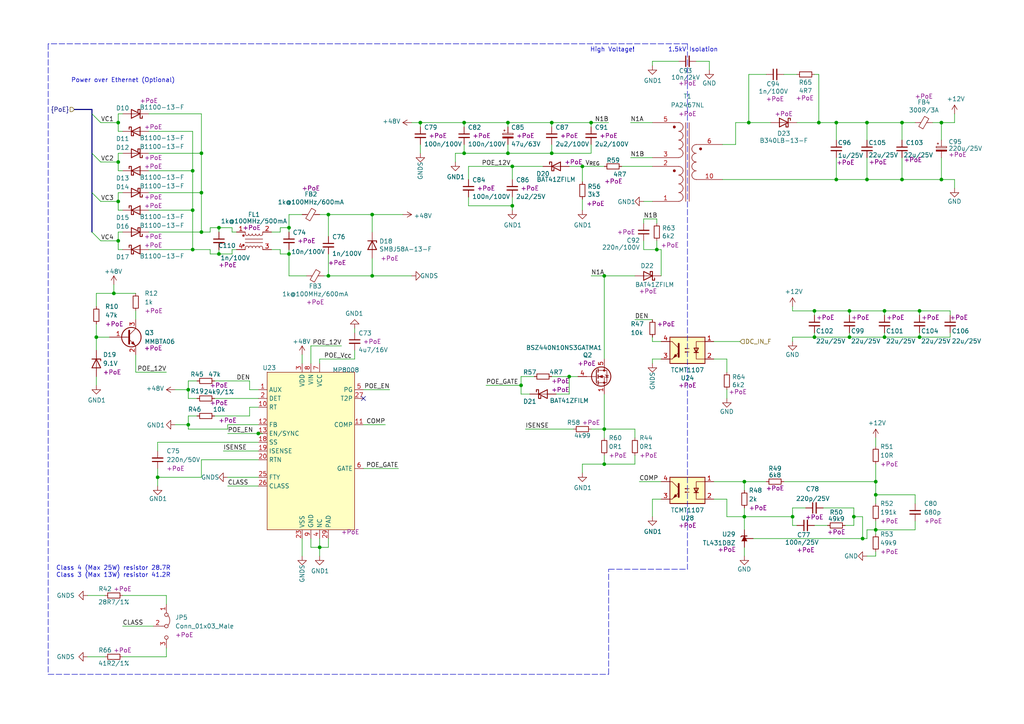
<source format=kicad_sch>
(kicad_sch (version 20211123) (generator eeschema)
  (paper "A4")
  (title_block (title "Power over Ethernet") (date "2022-01-10") (rev "1.1") (company "Nabu Casa") (comment 1 "www.nabucasa.com") (comment 2 "Yellow"))
  (junction (at 215.9 149.86) (diameter 0.9144))
  (junction (at 254 143.51) (diameter 0.9144))
  (junction (at 83.82 73.66) (diameter 0.9144))
  (junction (at 95.25 62.23) (diameter 0.9144))
  (junction (at 256.54 97.79) (diameter 0.9144))
  (junction (at 134.62 44.45) (diameter 0.9144))
  (junction (at 95.25 80.01) (diameter 0.9144))
  (junction (at 147.32 35.56) (diameter 0.9144))
  (junction (at 160.02 44.45) (diameter 0.9144))
  (junction (at 242.57 52.07) (diameter 0.9144))
  (junction (at 34.29 69.85) (diameter 0.9144))
  (junction (at 237.49 35.56) (diameter 0.9144))
  (junction (at 246.38 97.79) (diameter 0.9144))
  (junction (at 175.26 134.62) (diameter 0.9144))
  (junction (at 175.26 80.01) (diameter 0.9144))
  (junction (at 45.72 138.43) (diameter 0.9144))
  (junction (at 250.19 156.21))
  (junction (at 63.5 73.66) (diameter 0.9144))
  (junction (at 34.29 58.42) (diameter 0.9144))
  (junction (at 168.91 48.26) (diameter 0.9144))
  (junction (at 175.26 124.46) (diameter 0.9144))
  (junction (at 165.1 109.22) (diameter 0.9144))
  (junction (at 55.88 60.96) (diameter 0.9144))
  (junction (at 34.29 35.56) (diameter 0.9144))
  (junction (at 58.42 55.88) (diameter 0.9144))
  (junction (at 58.42 67.31) (diameter 0.9144))
  (junction (at 242.57 35.56) (diameter 0.9144))
  (junction (at 55.88 49.53) (diameter 0.9144))
  (junction (at 217.17 35.56) (diameter 0.9144))
  (junction (at 148.59 48.26) (diameter 0.9144))
  (junction (at 246.38 90.17) (diameter 0.9144))
  (junction (at 54.61 123.19) (diameter 0.9144))
  (junction (at 58.42 44.45) (diameter 0.9144))
  (junction (at 171.45 35.56) (diameter 0.9144))
  (junction (at 273.05 35.56) (diameter 0.9144))
  (junction (at 107.95 62.23) (diameter 0.9144))
  (junction (at 190.5 72.39) (diameter 0.9144))
  (junction (at 266.7 97.79) (diameter 0.9144))
  (junction (at 215.9 139.7) (diameter 0.9144))
  (junction (at 107.95 80.01) (diameter 0.9144))
  (junction (at 54.61 113.03) (diameter 0.9144))
  (junction (at 160.02 35.56) (diameter 0.9144))
  (junction (at 261.62 35.56) (diameter 0.9144))
  (junction (at 134.62 35.56) (diameter 0.9144))
  (junction (at 254 139.7) (diameter 0.9144))
  (junction (at 251.46 35.56) (diameter 0.9144))
  (junction (at 148.59 59.69) (diameter 0.9144))
  (junction (at 256.54 90.17) (diameter 0.9144))
  (junction (at 55.88 72.39) (diameter 0.9144))
  (junction (at 121.92 35.56) (diameter 0.9144))
  (junction (at 254 153.67) (diameter 0.9144))
  (junction (at 236.22 97.79) (diameter 0.9144))
  (junction (at 147.32 44.45) (diameter 0.9144))
  (junction (at 229.87 149.86) (diameter 0.9144))
  (junction (at 251.46 52.07) (diameter 0.9144))
  (junction (at 33.02 85.09) (diameter 0.9144))
  (junction (at 273.05 52.07) (diameter 0.9144))
  (junction (at 92.71 158.75) (diameter 0.9144))
  (junction (at 34.29 46.99) (diameter 0.9144))
  (junction (at 236.22 90.17) (diameter 0.9144))
  (junction (at 27.94 97.79) (diameter 0.9144))
  (junction (at 63.5 66.04) (diameter 0.9144))
  (junction (at 151.13 111.76) (diameter 0.9144))
  (junction (at 266.7 90.17) (diameter 0.9144))
  (junction (at 261.62 52.07) (diameter 0.9144))
  (junction (at 74.93 125.73))
  (junction (at 247.65 149.86))
  (junction (at 83.82 66.04) (diameter 0.9144))
  (no_connect (at 105.41 115.57))
  (bus_entry (at 26.67 33.02) (size 2.54 2.54) (stroke (width 0.1524)))
  (bus_entry (at 26.67 67.31) (size 2.54 2.54) (stroke (width 0.1524)))
  (bus_entry (at 26.67 44.45) (size 2.54 2.54) (stroke (width 0.1524)))
  (bus_entry (at 26.67 55.88) (size 2.54 2.54) (stroke (width 0.1524)))
  (wire (pts (xy 246.38 90.17) (xy 246.38 91.44)))
  (wire (pts (xy 229.87 149.86) (xy 229.87 152.4)))
  (polyline (pts (xy 13.97 12.7) (xy 13.97 195.58)) (stroke (width 0) (type dash)))
  (wire (pts (xy 35.56 181.61) (xy 44.45 181.61)))
  (wire (pts (xy 132.08 44.45) (xy 132.08 46.99)))
  (wire (pts (xy 215.9 139.7) (xy 215.9 142.24)))
  (wire (pts (xy 242.57 35.56) (xy 242.57 40.64)))
  (wire (pts (xy 161.29 114.3) (xy 165.1 114.3)))
  (wire (pts (xy 175.26 124.46) (xy 184.15 124.46)))
  (wire (pts (xy 184.15 124.46) (xy 184.15 127)))
  (wire (pts (xy 186.69 72.39) (xy 190.5 72.39)))
  (wire (pts (xy 190.5 72.39) (xy 190.5 69.85)))
  (wire (pts (xy 63.5 66.04) (xy 60.96 66.04)))
  (wire (pts (xy 67.31 66.04) (xy 63.5 66.04)))
  (wire (pts (xy 67.31 67.31) (xy 67.31 66.04)))
  (wire (pts (xy 68.58 67.31) (xy 67.31 67.31)))
  (wire (pts (xy 60.96 66.04) (xy 60.96 67.31)))
  (wire (pts (xy 63.5 72.39) (xy 63.5 73.66)))
  (wire (pts (xy 189.23 17.78) (xy 189.23 19.05)))
  (wire (pts (xy 196.85 17.78) (xy 189.23 17.78)))
  (wire (pts (xy 134.62 44.45) (xy 132.08 44.45)))
  (wire (pts (xy 58.42 133.35) (xy 58.42 138.43)))
  (wire (pts (xy 58.42 138.43) (xy 45.72 138.43)))
  (wire (pts (xy 74.93 133.35) (xy 58.42 133.35)))
  (wire (pts (xy 83.82 66.04) (xy 83.82 67.31)))
  (wire (pts (xy 83.82 62.23) (xy 83.82 66.04)))
  (wire (pts (xy 87.63 62.23) (xy 83.82 62.23)))
  (wire (pts (xy 87.63 102.87) (xy 87.63 105.41)))
  (wire (pts (xy 254 127) (xy 254 129.54)))
  (wire (pts (xy 63.5 66.04) (xy 63.5 67.31)))
  (wire (pts (xy 43.18 67.31) (xy 58.42 67.31)))
  (wire (pts (xy 231.14 35.56) (xy 237.49 35.56)))
  (bus (pts (xy 26.67 31.75) (xy 26.67 33.02)))
  (bus (pts (xy 26.67 33.02) (xy 26.67 44.45)))
  (bus (pts (xy 26.67 44.45) (xy 26.67 55.88)))
  (bus (pts (xy 26.67 55.88) (xy 26.67 67.31)))
  (wire (pts (xy 151.13 114.3) (xy 151.13 111.76)))
  (wire (pts (xy 58.42 44.45) (xy 58.42 55.88)))
  (wire (pts (xy 92.71 158.75) (xy 92.71 161.29)))
  (wire (pts (xy 29.21 35.56) (xy 34.29 35.56)))
  (wire (pts (xy 72.39 113.03) (xy 72.39 110.49)))
  (wire (pts (xy 74.93 113.03) (xy 72.39 113.03)))
  (wire (pts (xy 229.87 97.79) (xy 236.22 97.79)))
  (wire (pts (xy 54.61 124.46) (xy 66.04 124.46)))
  (wire (pts (xy 54.61 115.57) (xy 57.15 115.57)))
  (wire (pts (xy 107.95 74.93) (xy 107.95 80.01)))
  (wire (pts (xy 148.59 48.26) (xy 157.48 48.26)))
  (wire (pts (xy 58.42 55.88) (xy 58.42 67.31)))
  (wire (pts (xy 121.92 35.56) (xy 121.92 36.83)))
  (wire (pts (xy 256.54 96.52) (xy 256.54 97.79)))
  (wire (pts (xy 148.59 48.26) (xy 148.59 52.07)))
  (wire (pts (xy 78.74 67.31) (xy 81.28 67.31)))
  (wire (pts (xy 81.28 66.04) (xy 83.82 66.04)))
  (wire (pts (xy 81.28 67.31) (xy 81.28 66.04)))
  (wire (pts (xy 90.17 100.33) (xy 99.06 100.33)))
  (wire (pts (xy 165.1 109.22) (xy 160.02 109.22)))
  (wire (pts (xy 135.89 48.26) (xy 135.89 52.07)))
  (wire (pts (xy 88.9 80.01) (xy 83.82 80.01)))
  (wire (pts (xy 83.82 73.66) (xy 83.82 72.39)))
  (wire (pts (xy 83.82 80.01) (xy 83.82 73.66)))
  (wire (pts (xy 229.87 97.79) (xy 229.87 99.06)))
  (wire (pts (xy 152.4 124.46) (xy 166.37 124.46)))
  (wire (pts (xy 217.17 21.59) (xy 217.17 35.56)))
  (wire (pts (xy 266.7 96.52) (xy 266.7 97.79)))
  (wire (pts (xy 58.42 33.02) (xy 58.42 44.45)))
  (wire (pts (xy 25.4 190.5) (xy 30.48 190.5)))
  (wire (pts (xy 275.59 96.52) (xy 275.59 97.79)))
  (wire (pts (xy 254 160.02) (xy 254 161.29)))
  (wire (pts (xy 254 161.29) (xy 251.46 161.29)))
  (wire (pts (xy 236.22 90.17) (xy 246.38 90.17)))
  (wire (pts (xy 215.9 149.86) (xy 229.87 149.86)))
  (wire (pts (xy 191.77 72.39) (xy 190.5 72.39)))
  (wire (pts (xy 191.77 80.01) (xy 191.77 72.39)))
  (wire (pts (xy 74.93 128.27) (xy 45.72 128.27)))
  (wire (pts (xy 45.72 128.27) (xy 45.72 130.81)))
  (wire (pts (xy 189.23 104.14) (xy 189.23 105.41)))
  (wire (pts (xy 66.04 138.43) (xy 74.93 138.43)))
  (wire (pts (xy 66.04 140.97) (xy 74.93 140.97)))
  (polyline (pts (xy 13.97 195.58) (xy 176.53 195.58)) (stroke (width 0) (type dash)))
  (wire (pts (xy 34.29 44.45) (xy 34.29 46.99)))
  (wire (pts (xy 245.11 152.4) (xy 247.65 152.4)))
  (wire (pts (xy 238.76 147.32) (xy 247.65 147.32)))
  (wire (pts (xy 247.65 149.86) (xy 247.65 147.32)))
  (wire (pts (xy 247.65 152.4) (xy 247.65 149.86)))
  (wire (pts (xy 168.91 48.26) (xy 175.26 48.26)))
  (wire (pts (xy 165.1 48.26) (xy 168.91 48.26)))
  (wire (pts (xy 236.22 90.17) (xy 236.22 91.44)))
  (wire (pts (xy 254 139.7) (xy 254 143.51)))
  (wire (pts (xy 254 134.62) (xy 254 139.7)))
  (wire (pts (xy 254 143.51) (xy 254 146.05)))
  (wire (pts (xy 191.77 104.14) (xy 189.23 104.14)))
  (wire (pts (xy 95.25 62.23) (xy 95.25 68.58)))
  (wire (pts (xy 276.86 52.07) (xy 276.86 54.61)))
  (wire (pts (xy 215.9 158.75) (xy 215.9 161.29)))
  (wire (pts (xy 261.62 45.72) (xy 261.62 52.07)))
  (wire (pts (xy 210.82 113.03) (xy 210.82 115.57)))
  (wire (pts (xy 72.39 120.65) (xy 72.39 118.11)))
  (wire (pts (xy 62.23 120.65) (xy 72.39 120.65)))
  (wire (pts (xy 270.51 35.56) (xy 273.05 35.56)))
  (wire (pts (xy 48.26 172.72) (xy 48.26 175.26)))
  (wire (pts (xy 246.38 90.17) (xy 256.54 90.17)))
  (wire (pts (xy 227.33 139.7) (xy 254 139.7)))
  (wire (pts (xy 107.95 62.23) (xy 116.84 62.23)))
  (wire (pts (xy 55.88 72.39) (xy 60.96 72.39)))
  (wire (pts (xy 50.8 123.19) (xy 54.61 123.19)))
  (wire (pts (xy 266.7 97.79) (xy 275.59 97.79)))
  (polyline (pts (xy 176.53 195.58) (xy 176.53 165.1)) (stroke (width 0) (type dash)))
  (wire (pts (xy 254 153.67) (xy 254 154.94)))
  (wire (pts (xy 254 151.13) (xy 254 153.67)))
  (wire (pts (xy 151.13 111.76) (xy 151.13 109.22)))
  (wire (pts (xy 55.88 60.96) (xy 55.88 72.39)))
  (wire (pts (xy 34.29 60.96) (xy 34.29 58.42)))
  (wire (pts (xy 35.56 38.1) (xy 34.29 38.1)))
  (wire (pts (xy 205.74 17.78) (xy 201.93 17.78)))
  (wire (pts (xy 205.74 20.32) (xy 205.74 17.78)))
  (wire (pts (xy 43.18 49.53) (xy 55.88 49.53)))
  (wire (pts (xy 237.49 35.56) (xy 242.57 35.56)))
  (wire (pts (xy 134.62 41.91) (xy 134.62 44.45)))
  (wire (pts (xy 151.13 109.22) (xy 154.94 109.22)))
  (wire (pts (xy 95.25 158.75) (xy 92.71 158.75)))
  (wire (pts (xy 95.25 156.21) (xy 95.25 158.75)))
  (wire (pts (xy 189.23 144.78) (xy 189.23 149.86)))
  (wire (pts (xy 191.77 144.78) (xy 189.23 144.78)))
  (wire (pts (xy 242.57 52.07) (xy 251.46 52.07)))
  (wire (pts (xy 251.46 52.07) (xy 261.62 52.07)))
  (wire (pts (xy 261.62 52.07) (xy 273.05 52.07)))
  (wire (pts (xy 209.55 52.07) (xy 242.57 52.07)))
  (wire (pts (xy 55.88 49.53) (xy 55.88 60.96)))
  (wire (pts (xy 175.26 132.08) (xy 175.26 134.62)))
  (wire (pts (xy 39.37 102.87) (xy 39.37 107.95)))
  (wire (pts (xy 275.59 90.17) (xy 275.59 91.44)))
  (wire (pts (xy 105.41 113.03) (xy 113.03 113.03)))
  (wire (pts (xy 134.62 35.56) (xy 147.32 35.56)))
  (wire (pts (xy 34.29 72.39) (xy 34.29 69.85)))
  (wire (pts (xy 207.01 99.06) (xy 214.63 99.06)))
  (wire (pts (xy 29.21 69.85) (xy 34.29 69.85)))
  (wire (pts (xy 153.67 114.3) (xy 151.13 114.3)))
  (wire (pts (xy 33.02 82.55) (xy 33.02 85.09)))
  (wire (pts (xy 27.94 97.79) (xy 27.94 101.6)))
  (wire (pts (xy 31.75 97.79) (xy 27.94 97.79)))
  (wire (pts (xy 134.62 35.56) (xy 134.62 36.83)))
  (wire (pts (xy 34.29 67.31) (xy 34.29 69.85)))
  (wire (pts (xy 147.32 35.56) (xy 147.32 36.83)))
  (wire (pts (xy 182.88 45.72) (xy 189.23 45.72)))
  (wire (pts (xy 209.55 41.91) (xy 213.36 41.91)))
  (wire (pts (xy 213.36 35.56) (xy 217.17 35.56)))
  (wire (pts (xy 213.36 41.91) (xy 213.36 35.56)))
  (wire (pts (xy 43.18 55.88) (xy 58.42 55.88)))
  (polyline (pts (xy 199.39 12.7) (xy 199.39 165.1)) (stroke (width 0) (type dash)))
  (wire (pts (xy 250.19 156.21) (xy 251.46 156.21)))
  (wire (pts (xy 218.44 156.21) (xy 250.19 156.21)))
  (wire (pts (xy 160.02 41.91) (xy 160.02 44.45)))
  (wire (pts (xy 229.87 90.17) (xy 229.87 88.9)))
  (wire (pts (xy 95.25 62.23) (xy 107.95 62.23)))
  (wire (pts (xy 58.42 67.31) (xy 60.96 67.31)))
  (polyline (pts (xy 176.53 165.1) (xy 199.39 165.1)) (stroke (width 0) (type dash)))
  (wire (pts (xy 90.17 105.41) (xy 90.17 100.33)))
  (wire (pts (xy 29.21 46.99) (xy 34.29 46.99)))
  (wire (pts (xy 148.59 57.15) (xy 148.59 59.69)))
  (wire (pts (xy 62.23 110.49) (xy 72.39 110.49)))
  (wire (pts (xy 72.39 118.11) (xy 74.93 118.11)))
  (wire (pts (xy 105.41 123.19) (xy 111.76 123.19)))
  (polyline (pts (xy 199.39 12.7) (xy 13.97 12.7)) (stroke (width 0) (type dash)))
  (wire (pts (xy 215.9 149.86) (xy 215.9 153.67)))
  (wire (pts (xy 227.33 21.59) (xy 231.14 21.59)))
  (wire (pts (xy 186.69 69.85) (xy 186.69 72.39)))
  (wire (pts (xy 35.56 55.88) (xy 34.29 55.88)))
  (wire (pts (xy 265.43 153.67) (xy 265.43 151.13)))
  (wire (pts (xy 250.19 149.86) (xy 250.19 156.21)))
  (wire (pts (xy 247.65 149.86) (xy 250.19 149.86)))
  (wire (pts (xy 43.18 33.02) (xy 58.42 33.02)))
  (wire (pts (xy 119.38 35.56) (xy 121.92 35.56)))
  (wire (pts (xy 35.56 33.02) (xy 34.29 33.02)))
  (wire (pts (xy 165.1 114.3) (xy 165.1 109.22)))
  (wire (pts (xy 251.46 35.56) (xy 261.62 35.56)))
  (wire (pts (xy 261.62 35.56) (xy 265.43 35.56)))
  (wire (pts (xy 242.57 35.56) (xy 251.46 35.56)))
  (wire (pts (xy 140.97 111.76) (xy 151.13 111.76)))
  (wire (pts (xy 34.29 49.53) (xy 34.29 46.99)))
  (wire (pts (xy 171.45 35.56) (xy 171.45 36.83)))
  (wire (pts (xy 62.23 115.57) (xy 74.93 115.57)))
  (wire (pts (xy 266.7 90.17) (xy 275.59 90.17)))
  (wire (pts (xy 207.01 104.14) (xy 210.82 104.14)))
  (wire (pts (xy 168.91 134.62) (xy 168.91 137.16)))
  (wire (pts (xy 43.18 44.45) (xy 58.42 44.45)))
  (wire (pts (xy 102.87 104.14) (xy 102.87 101.6)))
  (wire (pts (xy 215.9 147.32) (xy 215.9 149.86)))
  (wire (pts (xy 87.63 156.21) (xy 87.63 161.29)))
  (wire (pts (xy 236.22 96.52) (xy 236.22 97.79)))
  (wire (pts (xy 27.94 109.22) (xy 27.94 111.76)))
  (wire (pts (xy 34.29 55.88) (xy 34.29 58.42)))
  (wire (pts (xy 147.32 35.56) (xy 160.02 35.56)))
  (wire (pts (xy 35.56 49.53) (xy 34.29 49.53)))
  (wire (pts (xy 54.61 120.65) (xy 54.61 123.19)))
  (wire (pts (xy 57.15 120.65) (xy 54.61 120.65)))
  (wire (pts (xy 54.61 123.19) (xy 54.61 124.46)))
  (wire (pts (xy 237.49 21.59) (xy 237.49 35.56)))
  (wire (pts (xy 265.43 143.51) (xy 265.43 146.05)))
  (wire (pts (xy 254 143.51) (xy 265.43 143.51)))
  (wire (pts (xy 186.69 58.42) (xy 189.23 58.42)))
  (wire (pts (xy 222.25 21.59) (xy 217.17 21.59)))
  (wire (pts (xy 182.88 35.56) (xy 189.23 35.56)))
  (wire (pts (xy 43.18 72.39) (xy 55.88 72.39)))
  (wire (pts (xy 135.89 57.15) (xy 135.89 59.69)))
  (wire (pts (xy 134.62 44.45) (xy 147.32 44.45)))
  (wire (pts (xy 121.92 41.91) (xy 121.92 44.45)))
  (wire (pts (xy 39.37 90.17) (xy 39.37 92.71)))
  (wire (pts (xy 105.41 135.89) (xy 115.57 135.89)))
  (wire (pts (xy 95.25 73.66) (xy 95.25 80.01)))
  (wire (pts (xy 95.25 80.01) (xy 107.95 80.01)))
  (wire (pts (xy 107.95 80.01) (xy 119.38 80.01)))
  (wire (pts (xy 93.98 80.01) (xy 95.25 80.01)))
  (wire (pts (xy 273.05 35.56) (xy 276.86 35.56)))
  (wire (pts (xy 276.86 35.56) (xy 276.86 33.02)))
  (wire (pts (xy 78.74 72.39) (xy 81.28 72.39)))
  (wire (pts (xy 81.28 72.39) (xy 81.28 73.66)))
  (wire (pts (xy 81.28 73.66) (xy 83.82 73.66)))
  (wire (pts (xy 66.04 123.19) (xy 74.93 123.19)))
  (wire (pts (xy 66.04 124.46) (xy 66.04 123.19)))
  (wire (pts (xy 29.21 58.42) (xy 34.29 58.42)))
  (wire (pts (xy 207.01 139.7) (xy 215.9 139.7)))
  (wire (pts (xy 215.9 139.7) (xy 222.25 139.7)))
  (wire (pts (xy 175.26 80.01) (xy 175.26 104.14)))
  (wire (pts (xy 168.91 134.62) (xy 175.26 134.62)))
  (wire (pts (xy 43.18 60.96) (xy 55.88 60.96)))
  (wire (pts (xy 34.29 33.02) (xy 34.29 35.56)))
  (wire (pts (xy 251.46 45.72) (xy 251.46 52.07)))
  (wire (pts (xy 168.91 48.26) (xy 168.91 52.705)))
  (wire (pts (xy 25.4 172.72) (xy 30.48 172.72)))
  (wire (pts (xy 35.56 72.39) (xy 34.29 72.39)))
  (wire (pts (xy 273.05 45.72) (xy 273.05 52.07)))
  (wire (pts (xy 60.96 72.39) (xy 60.96 73.66)))
  (wire (pts (xy 60.96 73.66) (xy 63.5 73.66)))
  (wire (pts (xy 63.5 73.66) (xy 67.31 73.66)))
  (wire (pts (xy 67.31 73.66) (xy 67.31 72.39)))
  (wire (pts (xy 67.31 72.39) (xy 68.58 72.39)))
  (wire (pts (xy 54.61 110.49) (xy 57.15 110.49)))
  (wire (pts (xy 76.2 125.73) (xy 74.93 125.73)))
  (wire (pts (xy 45.72 135.89) (xy 45.72 138.43)))
  (wire (pts (xy 236.22 21.59) (xy 237.49 21.59)))
  (wire (pts (xy 210.82 144.78) (xy 210.82 149.86)))
  (wire (pts (xy 210.82 149.86) (xy 215.9 149.86)))
  (wire (pts (xy 207.01 144.78) (xy 210.82 144.78)))
  (wire (pts (xy 27.94 85.09) (xy 27.94 88.9)))
  (wire (pts (xy 33.02 85.09) (xy 27.94 85.09)))
  (wire (pts (xy 39.37 85.09) (xy 33.02 85.09)))
  (wire (pts (xy 256.54 90.17) (xy 266.7 90.17)))
  (wire (pts (xy 48.26 187.96) (xy 48.26 190.5)))
  (wire (pts (xy 246.38 97.79) (xy 256.54 97.79)))
  (wire (pts (xy 185.42 139.7) (xy 191.77 139.7)))
  (wire (pts (xy 160.02 35.56) (xy 160.02 36.83)))
  (wire (pts (xy 171.45 35.56) (xy 176.53 35.56)))
  (wire (pts (xy 35.56 190.5) (xy 48.26 190.5)))
  (wire (pts (xy 175.26 134.62) (xy 184.15 134.62)))
  (wire (pts (xy 184.15 132.08) (xy 184.15 134.62)))
  (wire (pts (xy 175.26 124.46) (xy 175.26 127)))
  (wire (pts (xy 160.02 35.56) (xy 171.45 35.56)))
  (wire (pts (xy 160.02 44.45) (xy 171.45 44.45)))
  (wire (pts (xy 251.46 153.67) (xy 251.46 156.21)))
  (wire (pts (xy 254 153.67) (xy 251.46 153.67)))
  (wire (pts (xy 189.23 99.06) (xy 191.77 99.06)))
  (wire (pts (xy 189.23 97.79) (xy 189.23 99.06)))
  (wire (pts (xy 27.94 93.98) (xy 27.94 97.79)))
  (wire (pts (xy 256.54 90.17) (xy 256.54 91.44)))
  (wire (pts (xy 273.05 35.56) (xy 273.05 40.64)))
  (wire (pts (xy 229.87 152.4) (xy 231.14 152.4)))
  (wire (pts (xy 242.57 45.72) (xy 242.57 52.07)))
  (wire (pts (xy 246.38 96.52) (xy 246.38 97.79)))
  (wire (pts (xy 147.32 41.91) (xy 147.32 44.45)))
  (wire (pts (xy 229.87 147.32) (xy 229.87 149.86)))
  (wire (pts (xy 233.68 147.32) (xy 229.87 147.32)))
  (wire (pts (xy 34.29 38.1) (xy 34.29 35.56)))
  (wire (pts (xy 171.45 80.01) (xy 175.26 80.01)))
  (wire (pts (xy 175.26 80.01) (xy 184.15 80.01)))
  (wire (pts (xy 35.56 67.31) (xy 34.29 67.31)))
  (wire (pts (xy 236.22 97.79) (xy 246.38 97.79)))
  (wire (pts (xy 107.95 67.31) (xy 107.95 62.23)))
  (wire (pts (xy 135.89 48.26) (xy 148.59 48.26)))
  (wire (pts (xy 254 153.67) (xy 265.43 153.67)))
  (wire (pts (xy 90.17 156.21) (xy 90.17 158.75)))
  (wire (pts (xy 90.17 158.75) (xy 92.71 158.75)))
  (wire (pts (xy 92.71 158.75) (xy 92.71 156.21)))
  (wire (pts (xy 236.22 152.4) (xy 240.03 152.4)))
  (wire (pts (xy 168.91 60.96) (xy 168.91 57.785)))
  (wire (pts (xy 171.45 41.91) (xy 171.45 44.45)))
  (wire (pts (xy 50.8 113.03) (xy 54.61 113.03)))
  (wire (pts (xy 229.87 90.17) (xy 236.22 90.17)))
  (wire (pts (xy 55.88 38.1) (xy 55.88 49.53)))
  (wire (pts (xy 184.15 92.71) (xy 189.23 92.71)))
  (wire (pts (xy 121.92 35.56) (xy 134.62 35.56)))
  (bus (pts (xy 21.59 31.75) (xy 26.67 31.75)))
  (wire (pts (xy 210.82 104.14) (xy 210.82 107.95)))
  (wire (pts (xy 217.17 35.56) (xy 223.52 35.56)))
  (wire (pts (xy 175.26 114.3) (xy 175.26 124.46)))
  (wire (pts (xy 135.89 59.69) (xy 148.59 59.69)))
  (wire (pts (xy 35.56 44.45) (xy 34.29 44.45)))
  (wire (pts (xy 266.7 90.17) (xy 266.7 91.44)))
  (wire (pts (xy 39.37 107.95) (xy 48.26 107.95)))
  (wire (pts (xy 273.05 52.07) (xy 276.86 52.07)))
  (wire (pts (xy 92.71 104.14) (xy 102.87 104.14)))
  (wire (pts (xy 92.71 105.41) (xy 92.71 104.14)))
  (wire (pts (xy 92.71 62.23) (xy 95.25 62.23)))
  (wire (pts (xy 171.45 124.46) (xy 175.26 124.46)))
  (wire (pts (xy 54.61 113.03) (xy 54.61 115.57)))
  (wire (pts (xy 54.61 110.49) (xy 54.61 113.03)))
  (wire (pts (xy 256.54 97.79) (xy 266.7 97.79)))
  (wire (pts (xy 35.56 172.72) (xy 48.26 172.72)))
  (wire (pts (xy 35.56 60.96) (xy 34.29 60.96)))
  (wire (pts (xy 165.1 109.22) (xy 167.64 109.22)))
  (wire (pts (xy 148.59 59.69) (xy 148.59 60.96)))
  (wire (pts (xy 251.46 35.56) (xy 251.46 40.64)))
  (wire (pts (xy 261.62 35.56) (xy 261.62 40.64)))
  (wire (pts (xy 147.32 44.45) (xy 160.02 44.45)))
  (wire (pts (xy 45.72 140.97) (xy 45.72 138.43)))
  (wire (pts (xy 180.34 48.26) (xy 189.23 48.26)))
  (wire (pts (xy 64.77 130.81) (xy 74.93 130.81)))
  (wire (pts (xy 66.04 125.73) (xy 74.93 125.73)))
  (wire (pts (xy 43.18 38.1) (xy 55.88 38.1)))
  (wire (pts (xy 190.5 63.5) (xy 186.69 63.5)))
  (wire (pts (xy 190.5 64.77) (xy 190.5 63.5)))
  (wire (pts (xy 186.69 63.5) (xy 186.69 64.77)))
  (wire (pts (xy 102.87 95.25) (xy 102.87 96.52)))
  (text "Class 4 (Max 25W) resistor 28.7R\nClass 3 (Max 13W) resistor 41.2R" (at 49.53 167.64 0) (effects (font (size 1.27 1.27)) (justify right bottom)))
  (text "Power over Ethernet (Optional)" (at 50.8 24.13 180) (effects (font (size 1.27 1.27)) (justify right bottom)))
  (text "High Voltage!" (at 184.15 15.24 180) (effects (font (size 1.27 1.27)) (justify right bottom)))
  (text "1.5kV Isolation" (at 208.28 15.24 180) (effects (font (size 1.27 1.27)) (justify right bottom)))
  (label "VC2" (at 33.02 46.99 180))
  (label "VC1" (at 33.02 35.56 180))
  (label "CLASS" (at 66.04 140.97 0))
  (label "POE_12V" (at 99.06 100.33 180))
  (label "POE_GATE" (at 115.57 135.89 180))
  (label "POE_EN" (at 66.04 125.73 0))
  (label "DEN" (at 184.15 92.71 0))
  (label "CLASS" (at 35.56 181.61 0))
  (label "N1B" (at 186.69 63.5 0))
  (label "COMP" (at 185.42 139.7 0))
  (label "COMP" (at 111.76 123.19 180))
  (label "POE_EN" (at 113.03 113.03 180))
  (label "V_{REG}" (at 173.99 48.26 180))
  (label "POE_12V" (at 48.26 107.95 180))
  (label "VC3" (at 33.02 58.42 180))
  (label "N1B" (at 176.53 35.56 180))
  (label "DEN" (at 68.58 110.49 0))
  (label "N1B" (at 182.88 45.72 0))
  (label "POE_12V" (at 139.7 48.26 0))
  (label "N1A" (at 171.45 80.01 0))
  (label "ISENSE" (at 152.4 124.46 0))
  (label "POE_V_{CC}" (at 93.98 104.14 0))
  (label "POE_GATE" (at 140.97 111.76 0))
  (label "ISENSE" (at 64.77 130.81 0))
  (label "N1A" (at 182.88 35.56 0))
  (label "VC4" (at 33.02 69.85 180))
  (hierarchical_label "{PoE}" (shape input) (at 21.59 31.75 180))
  (hierarchical_label "DC_IN_F" (shape input) (at 214.63 99.06 0))
  (symbol (lib_id "Device:D_Schottky") (at 39.37 67.31 180) (unit 1)
    (property "Reference" "D16" (at 35.56 65.6398 0))
    (property "Value" "B1100-13-F" (at 46.99 65.398 0))
    (property "Footprint" "Diode_SMD:D_SMA" (effects hide))
    (property "Config" "+PoE" (at 44.45 68.58 0))
    (property "Manufacturer" "Diodes Incorporated" (effects hide))
    (property "PartNumber" "B1100-13-F" (effects hide))
  )
  (symbol (lib_id "power:GND1") (at 27.94 111.76 0) (unit 1)
    (property "Reference" "#PWR062" (effects hide))
    (property "Value" "GND1" (at 28.0543 116.0844 0))
  )
  (symbol (lib_id "power:GNDS") (at 87.63 161.29 0) (unit 1)
    (property "Reference" "#PWR070" (effects hide))
    (property "Value" "GNDS" (at 87.63 166.37 90))
  )
  (symbol (lib_id "power:GND") (at 210.82 115.57 0) (unit 1)
    (property "Reference" "#PWR0183" (effects hide))
    (property "Value" "GND" (at 212.8393 119.3801 0) (effects (justify right)))
  )
  (symbol (lib_id "Device:R_Small") (at 233.68 21.59 90) (unit 1)
    (property "Reference" "R65" (at 235.5786 23.9013 90) (effects (justify left)))
    (property "Value" "4R7" (at 235.591 26.314 90) (effects (justify left)))
    (property "Footprint" "Resistor_SMD:R_0805_2012Metric" (effects hide))
    (property "Config" "+PoE" (at 233.426 28.448 90))
  )
  (symbol (lib_id "power:GND1") (at 189.23 19.05 0) (unit 1)
    (property "Reference" "#PWR0179" (effects hide))
    (property "Value" "GND1" (at 189.3443 23.3744 0))
  )
  (symbol (lib_id "Device:R_Small") (at 59.69 110.49 90) (unit 1)
    (property "Reference" "R45" (at 57.15 108.585 90))
    (property "Value" "47k" (at 62.23 108.585 90))
    (property "Footprint" "Resistor_SMD:R_0402_1005Metric" (effects hide))
    (property "Config" "+PoE" (at 63.5 111.76 90))
  )
  (symbol (lib_id "Device:C_Small") (at 275.59 93.98 0) (unit 1)
    (property "Reference" "C106" (at 276.0092 96.0056 0) (effects (justify left)))
    (property "Value" "22u/25V" (at 276.009 98.939 0) (effects (justify left)))
    (property "Footprint" "Capacitor_SMD:C_0805_2012Metric" (effects hide))
    (property "Config" "+PoE" (at 278.13 92.075 0))
  )
  (symbol (lib_id "power:GND") (at 251.46 161.29 270) (unit 1)
    (property "Reference" "#PWR0159" (effects hide))
    (property "Value" "GND" (at 248.92 161.29 90) (effects (justify right)))
  )
  (symbol (lib_id "Device:D_Zener") (at 107.95 71.12 270) (unit 1)
    (property "Reference" "D18" (at 109.9821 69.9706 90) (effects (justify left)))
    (property "Value" "SMBJ58A-13-F" (at 109.982 72.269 90) (effects (justify left)))
    (property "Footprint" "Diode_SMD:D_SMB" (effects hide))
    (property "Datasheet" "https://www.diodes.com/assets/Datasheets/ds19002.pdf" (effects hide))
    (property "Config" "+PoE" (at 113.03 74.93 90))
    (property "Manufacturer" "Diodes Incorporated" (effects hide))
    (property "PartNumber" "SMBJ58A-13-F" (effects hide))
  )
  (symbol (lib_id "Device:R_Small") (at 242.57 152.4 270) (unit 1)
    (property "Reference" "R50" (at 242.57 148.59 90))
    (property "Value" "49k9" (at 242.57 150.495 90))
    (property "Footprint" "Resistor_SMD:R_0402_1005Metric" (effects hide))
    (property "Config" "+PoE" (at 242.57 154.305 90))
  )
  (symbol (lib_id "Device:C_Small") (at 160.02 39.37 0) (unit 1)
    (property "Reference" "C87" (at 161.0742 36.9506 0) (effects (justify left)))
    (property "Value" "2u2/100V" (at 161.074 41.789 0) (effects (justify left)))
    (property "Footprint" "Capacitor_SMD:C_1206_3216Metric" (effects hide))
    (property "Config" "+PoE" (at 165.1 39.37 0))
  )
  (symbol (lib_id "Device:R_Small") (at 175.26 129.54 0) (unit 1)
    (property "Reference" "R60" (at 176.53 126.9999 0) (effects (justify left)))
    (property "Value" "0R1" (at 176.53 129.5399 0) (effects (justify left)))
    (property "Footprint" "Resistor_SMD:R_0805_2012Metric" (effects hide))
    (property "Config" "+PoE" (at 176.53 132.0799 0) (effects (justify left)))
    (property "Characteristics" "0.1 Watt" (effects hide))
  )
  (symbol (lib_id "power:GNDS") (at 189.23 105.41 0) (unit 1)
    (property "Reference" "#PWR077" (effects hide))
    (property "Value" "GNDS" (at 189.23 110.49 90))
  )
  (symbol (lib_id "Device:C_Small") (at 242.57 43.18 0) (unit 1)
    (property "Reference" "C96" (at 242.9892 41.3956 0) (effects (justify left)))
    (property "Value" "1u/25V" (at 242.989 45.091 0) (effects (justify left)))
    (property "Footprint" "Capacitor_SMD:C_0402_1005Metric" (effects hide))
    (property "Config" "+PoE" (at 245.237 47.117 0))
  )
  (symbol (lib_id "Device:R_Small") (at 254 157.48 180) (unit 1)
    (property "Reference" "R53" (at 255.27 154.9399 0) (effects (justify right)))
    (property "Value" "49k9" (at 255.27 157.4799 0) (effects (justify right)))
    (property "Footprint" "Resistor_SMD:R_0402_1005Metric" (effects hide))
    (property "Config" "+PoE" (at 255.27 160.0199 0) (effects (justify right)))
  )
  (symbol (lib_id "power:GND1") (at 168.91 60.96 0) (unit 1)
    (property "Reference" "#PWR0177" (effects hide))
    (property "Value" "GND1" (at 169.0243 65.2844 0))
  )
  (symbol (lib_id "Device:C_Small") (at 45.72 133.35 180) (unit 1)
    (property "Reference" "C75" (at 48.26 130.8099 0) (effects (justify right)))
    (property "Value" "220n/50V" (at 48.26 133.3499 0) (effects (justify right)))
    (property "Footprint" "Capacitor_SMD:C_0805_2012Metric" (effects hide))
    (property "Config" "+PoE" (at 48.26 135.8899 0) (effects (justify right)))
  )
  (symbol (lib_id "power:GND1") (at 92.71 161.29 0) (unit 1)
    (property "Reference" "#PWR0166" (effects hide))
    (property "Value" "GND1" (at 92.8243 165.6144 0))
  )
  (symbol (lib_id "Device:C_Small") (at 236.22 93.98 0) (unit 1)
    (property "Reference" "C102" (at 236.6392 96.0056 0) (effects (justify left)))
    (property "Value" "22u/25V" (at 236.639 98.939 0) (effects (justify left)))
    (property "Footprint" "Capacitor_SMD:C_0805_2012Metric" (effects hide))
    (property "Config" "+PoE" (at 239.395 92.075 0))
  )
  (symbol (lib_id "power:GND1") (at 132.08 46.99 0) (unit 1)
    (property "Reference" "#PWR0173" (effects hide))
    (property "Value" "GND1" (at 132.1943 51.3144 0))
  )
  (symbol (lib_id "Device:R_Small") (at 190.5 67.31 0) (unit 1)
    (property "Reference" "R63" (at 191.9987 66.1606 0) (effects (justify left)))
    (property "Value" "6k2" (at 191.999 68.459 0) (effects (justify left)))
    (property "Footprint" "Resistor_SMD:R_0805_2012Metric" (effects hide))
    (property "Config" "+PoE" (at 194.31 71.12 0))
  )
  (symbol (lib_id "Device:C_Small") (at 266.7 93.98 0) (unit 1)
    (property "Reference" "C104" (at 267.1192 96.0056 0) (effects (justify left)))
    (property "Value" "22u/25V" (at 267.119 98.939 0) (effects (justify left)))
    (property "Footprint" "Capacitor_SMD:C_0805_2012Metric" (effects hide))
    (property "Config" "+PoE" (at 269.875 92.075 0))
  )
  (symbol (lib_id "power:+48V") (at 116.84 62.23 270) (unit 1)
    (property "Reference" "#PWR0165" (effects hide))
    (property "Value" "+48V" (at 120.0151 62.5983 90) (effects (justify left)))
  )
  (symbol (lib_id "Device:D_Schottky") (at 39.37 38.1 0) (unit 1)
    (property "Reference" "D11" (at 35.56 40.2398 0))
    (property "Value" "B1100-13-F" (at 46.99 39.998 0))
    (property "Footprint" "Diode_SMD:D_SMA" (effects hide))
    (property "Config" "+PoE" (at 44.45 36.83 0))
    (property "Manufacturer" "Diodes Incorporated" (effects hide))
    (property "PartNumber" "B1100-13-F" (effects hide))
  )
  (symbol (lib_id "Device:R_Small") (at 157.48 109.22 90) (unit 1)
    (property "Reference" "R57" (at 153.67 107.95 90))
    (property "Value" "4R7" (at 161.29 107.95 90))
    (property "Footprint" "Resistor_SMD:R_0805_2012Metric" (effects hide))
    (property "Config" "+PoE" (at 162.56 110.49 90))
  )
  (symbol (lib_id "Device:R_Small") (at 33.02 190.5 90) (unit 1)
    (property "Reference" "R66" (at 30.48 188.595 90))
    (property "Value" "41R2/1%" (at 33.02 192.405 90))
    (property "Footprint" "Resistor_SMD:R_0402_1005Metric" (effects hide))
    (property "Config" "+PoE" (at 35.56 188.595 90))
  )
  (symbol (lib_id "power:+48V") (at 119.38 35.56 90) (unit 1)
    (property "Reference" "#PWR0169" (effects hide))
    (property "Value" "+48V" (at 116.2049 35.1917 90) (effects (justify left)))
  )
  (symbol (lib_id "Device:C_Small") (at 265.43 148.59 180) (unit 1)
    (property "Reference" "C80" (at 267.97 146.0499 0) (effects (justify right)))
    (property "Value" "680p" (at 267.97 148.5899 0) (effects (justify right)))
    (property "Footprint" "Capacitor_SMD:C_0402_1005Metric" (effects hide))
    (property "Config" "+PoE" (at 267.97 151.1299 0) (effects (justify right)))
  )
  (symbol (lib_id "Device:C_Small") (at 199.39 17.78 90) (unit 1)
    (property "Reference" "C93" (at 200.7806 20.5358 90) (effects (justify left)))
    (property "Value" "10n/2kV" (at 203.079 22.441 90) (effects (justify left)))
    (property "Footprint" "Capacitor_SMD:C_1812_4532Metric" (effects hide))
    (property "Config" "+PoE" (at 199.39 24.13 90))
  )
  (symbol (lib_id "power:+48V") (at 87.63 102.87 0) (unit 1)
    (property "Reference" "#PWR0164" (effects hide))
    (property "Value" "+48V" (at 84.8233 99.0599 0) (effects (justify left)))
  )
  (symbol (lib_id "power:+12V") (at 254 127 0) (unit 1)
    (property "Reference" "#PWR0160" (effects hide))
    (property "Value" "+12V" (at 254.3683 122.6756 0))
  )
  (symbol (lib_id "Device:Ferrite_Bead_Small") (at 90.17 62.23 90) (unit 1)
    (property "Reference" "FB2" (at 90.17 56.318 90))
    (property "Value" "1k@100MHz/600mA" (at 90.17 58.617 90))
    (property "Footprint" "Resistor_SMD:R_0805_2012Metric" (effects hide))
    (property "Config" "+PoE" (at 90.17 54.61 90))
    (property "Manufacturer" "Würth Elektronik" (effects hide))
    (property "PartNumber" "742792031" (effects hide))
  )
  (symbol (lib_id "Device:R_Small") (at 168.91 55.245 0) (unit 1)
    (property "Reference" "R56" (at 170.4087 54.0956 0) (effects (justify left)))
    (property "Value" "3k3" (at 170.409 56.394 0) (effects (justify left)))
    (property "Footprint" "Resistor_SMD:R_0402_1005Metric" (effects hide))
    (property "Config" "+PoE" (at 172.72 59.055 0))
  )
  (symbol (lib_id "power:+12V") (at 276.86 33.02 0) (unit 1)
    (property "Reference" "#PWR0188" (effects hide))
    (property "Value" "+12V" (at 277.2283 28.6956 0))
  )
  (symbol (lib_id "power:GND") (at 229.87 99.06 0) (unit 1)
    (property "Reference" "#PWR0187" (effects hide))
    (property "Value" "GND" (at 231.8893 102.8701 0) (effects (justify right)))
  )
  (symbol (lib_id "Device:C_Small") (at 102.87 99.06 0) (unit 1)
    (property "Reference" "C73" (at 103.9242 96.6406 0) (effects (justify left)))
    (property "Value" "4u7/16V" (at 103.924 101.479 0) (effects (justify left)))
    (property "Footprint" "Capacitor_SMD:C_0805_2012Metric" (effects hide))
    (property "Config" "+PoE" (at 107.95 99.06 0))
  )
  (symbol (lib_id "power:GND1") (at 102.87 95.25 180) (unit 1)
    (property "Reference" "#PWR0155" (effects hide))
    (property "Value" "GND1" (at 102.7557 90.9256 0))
  )
  (symbol (lib_id "Device:R_Small") (at 168.91 124.46 90) (unit 1)
    (property "Reference" "R58" (at 166.37 122.555 90))
    (property "Value" "4k99" (at 168.91 126.365 90))
    (property "Footprint" "Resistor_SMD:R_0402_1005Metric" (effects hide))
    (property "Config" "+PoE" (at 171.45 122.555 90))
  )
  (symbol (lib_id "Transistor_BJT:MMBTA42") (at 36.83 97.79 0) (unit 1)
    (property "Reference" "Q3" (at 41.91 96.5199 0) (effects (justify left)))
    (property "Value" "MMBTA06" (at 41.91 99.0599 0) (effects (justify left)))
    (property "Footprint" "Package_TO_SOT_SMD:SOT-23" (effects hide))
    (property "Datasheet" "https://www.onsemi.com/pub/Collateral/MMBTA42LT1-D.PDF" (effects hide))
    (property "Config" "+PoE" (at 44.45 100.965 0))
    (property "Manufacturer" "Diodes Incorporated" (effects hide))
    (property "PartNumber" "MMBTA06-7-F" (effects hide))
  )
  (symbol (lib_id "Device:D_Schottky") (at 39.37 72.39 0) (unit 1)
    (property "Reference" "D17" (at 35.56 74.5298 0))
    (property "Value" "B1100-13-F" (at 46.99 74.288 0))
    (property "Footprint" "Diode_SMD:D_SMA" (effects hide))
    (property "Config" "+PoE" (at 44.45 71.12 0))
    (property "Manufacturer" "Diodes Incorporated" (effects hide))
    (property "PartNumber" "B1100-13-F" (effects hide))
  )
  (symbol (lib_id "Device:D_Zener") (at 27.94 105.41 270) (unit 1)
    (property "Reference" "D19" (at 29.845 102.8699 90) (effects (justify left)))
    (property "Value" "9.1V" (at 29.845 105.4099 90) (effects (justify left)))
    (property "Footprint" "Diode_SMD:D_SOD-123" (effects hide))
    (property "Config" "+PoE" (at 29.845 107.9499 90) (effects (justify left)))
    (property "Manufacturer" "Diodes Incorporated" (effects hide))
    (property "PartNumber" "BZT52C9V1-7-F" (effects hide))
  )
  (symbol (lib_id "Yellow:Filter_EMI_LL_1243") (at 73.66 69.85 0) (unit 1)
    (property "Reference" "FL1" (at 73.66 62.23 0))
    (property "Value" "1k@100MHz{slash}500mA" (at 73.66 64.135 0))
    (property "Footprint" "Yellow:L_CommonModeChoke_Murata_DLW5B" (effects hide))
    (property "Datasheet" "https://www.murata.com/en-global/api/pdfdownloadapi?cate=cgsubChipCommoModeChokeCoil&partno=DLW5BTM102SQ2%23" (effects hide))
    (property "Config" "+PoE" (at 73.025 66.04 0))
    (property "Manufacturer" "Murata Electronics" (effects hide))
    (property "PartNumber" "DLW5BTM102SQ2" (effects hide))
  )
  (symbol (lib_id "Device:C_Small") (at 261.62 43.18 0) (unit 1)
    (property "Reference" "C103" (at 262.6742 41.3956 0) (effects (justify left)))
    (property "Value" "22u/25V" (at 262.039 44.964 0) (effects (justify left)))
    (property "Footprint" "Capacitor_SMD:C_0805_2012Metric" (effects hide))
    (property "Config" "+PoE" (at 264.795 46.355 0))
  )
  (symbol (lib_id "Reference_Voltage:TL431DBZ") (at 215.9 156.21 270) (mirror x) (unit 1)
    (property "Reference" "U29" (at 213.36 154.9399 90) (effects (justify right)))
    (property "Value" "TL431DBZ" (at 213.36 157.4799 90) (effects (justify right)))
    (property "Footprint" "Package_TO_SOT_SMD:SOT-23" (effects hide))
    (property "Datasheet" "http://www.ti.com/lit/ds/symlink/tl431.pdf" (effects hide))
    (property "Config" "+PoE" (at 210.82 159.385 90))
    (property "Manufacturer" "Texas Instruments" (effects hide))
    (property "PartNumber" "TL431LIBCDBZR" (effects hide))
  )
  (symbol (lib_id "Device:Ferrite_Bead_Small") (at 91.44 80.01 90) (unit 1)
    (property "Reference" "FB3" (at 91.44 82.988 90))
    (property "Value" "1k@100MHz/600mA" (at 91.44 85.287 90))
    (property "Footprint" "Resistor_SMD:R_0805_2012Metric" (effects hide))
    (property "Config" "+PoE" (at 91.44 87.63 90))
    (property "Manufacturer" "Würth Elektronik" (effects hide))
    (property "PartNumber" "742792031" (effects hide))
  )
  (symbol (lib_id "Device:C_Small") (at 233.68 152.4 90) (unit 1)
    (property "Reference" "C77" (at 235.0706 155.1558 90) (effects (justify left)))
    (property "Value" "100n/25V" (at 237.496 157.315 90) (effects (justify left)))
    (property "Footprint" "Capacitor_SMD:C_0402_1005Metric" (effects hide))
    (property "Config" "+PoE" (at 233.68 159.512 90))
  )
  (symbol (lib_id "Device:R_Small") (at 254 148.59 180) (unit 1)
    (property "Reference" "R52" (at 255.27 146.0499 0) (effects (justify right)))
    (property "Value" "191k" (at 255.27 148.5899 0) (effects (justify right)))
    (property "Footprint" "Resistor_SMD:R_0402_1005Metric" (effects hide))
    (property "Config" "+PoE" (at 255.27 151.1299 0) (effects (justify right)))
  )
  (symbol (lib_id "Device:R_Small") (at 189.23 95.25 180) (unit 1)
    (property "Reference" "R47" (at 182.88 93.9799 0) (effects (justify right)))
    (property "Value" "10k" (at 182.88 96.5199 0) (effects (justify right)))
    (property "Footprint" "Resistor_SMD:R_0402_1005Metric" (effects hide))
    (property "Config" "+PoE" (at 190.5 93.9799 0) (effects (justify right)))
  )
  (symbol (lib_id "power:GND1") (at 45.72 140.97 0) (unit 1)
    (property "Reference" "#PWR079" (effects hide))
    (property "Value" "GND1" (at 45.8343 144.6594 0))
  )
  (symbol (lib_id "Device:C_Small") (at 121.92 39.37 0) (unit 1)
    (property "Reference" "C79" (at 122.9742 36.9506 0) (effects (justify left)))
    (property "Value" "100n/100V" (at 122.974 41.789 0) (effects (justify left)))
    (property "Footprint" "Capacitor_SMD:C_0805_2012Metric" (effects hide))
    (property "Config" "+PoE" (at 127 39.37 0))
  )
  (symbol (lib_id "Device:C_Small") (at 95.25 71.12 0) (unit 1)
    (property "Reference" "C76" (at 96.3042 68.7006 0) (effects (justify left)))
    (property "Value" "1n/100V" (at 96.304 73.539 0) (effects (justify left)))
    (property "Footprint" "Capacitor_SMD:C_0805_2012Metric" (effects hide))
    (property "Config" "+PoE" (at 97.79 76.2 0))
  )
  (symbol (lib_id "Device:R_Small") (at 254 132.08 180) (unit 1)
    (property "Reference" "R51" (at 255.27 129.5399 0) (effects (justify right)))
    (property "Value" "10R" (at 255.27 132.0799 0) (effects (justify right)))
    (property "Footprint" "Resistor_SMD:R_0402_1005Metric" (effects hide))
    (property "Config" "+PoE" (at 255.27 134.6199 0) (effects (justify right)))
  )
  (symbol (lib_id "Device:R_Small") (at 184.15 129.54 0) (unit 1)
    (property "Reference" "R44" (at 185.42 126.9999 0) (effects (justify left)))
    (property "Value" "0R1" (at 185.42 129.5399 0) (effects (justify left)))
    (property "Footprint" "Resistor_SMD:R_0805_2012Metric" (effects hide))
    (property "Config" "+PoE" (at 185.42 132.0799 0) (effects (justify left)))
    (property "Characteristics" "0.1 Watt" (effects hide))
  )
  (symbol (lib_id "Device:D_Schottky") (at 39.37 33.02 180) (unit 1)
    (property "Reference" "D10" (at 35.56 31.3498 0))
    (property "Value" "B1100-13-F" (at 46.99 31.108 0))
    (property "Footprint" "Diode_SMD:D_SMA" (effects hide))
    (property "Config" "+PoE" (at 43.18 29.21 0))
    (property "Manufacturer" "Diodes Incorporated" (effects hide))
    (property "PartNumber" "B1100-13-F" (effects hide))
  )
  (symbol (lib_id "power:GNDS") (at 25.4 190.5 270) (unit 1)
    (property "Reference" "#PWR037" (effects hide))
    (property "Value" "GNDS" (at 19.05 190.5 90))
  )
  (symbol (lib_id "power:GND1") (at 168.91 137.16 0) (unit 1)
    (property "Reference" "#PWR0178" (effects hide))
    (property "Value" "GND1" (at 169.0243 141.4844 0))
  )
  (symbol (lib_id "Device:D_Schottky") (at 161.29 48.26 0) (unit 1)
    (property "Reference" "D20" (at 157.48 50.3998 0))
    (property "Value" "BAT41ZFILM" (at 161.29 52.063 0))
    (property "Footprint" "Diode_SMD:D_SOD-123" (effects hide))
    (property "Config" "+PoE" (at 166.37 46.99 0))
    (property "Manufacturer" "STMicroelectronics" (effects hide))
    (property "PartNumber" "BAT41ZFILM" (effects hide))
  )
  (symbol (lib_id "Device:R_Small") (at 215.9 144.78 180) (unit 1)
    (property "Reference" "R48" (at 217.17 142.2399 0) (effects (justify right)))
    (property "Value" "2k" (at 217.17 144.7799 0) (effects (justify right)))
    (property "Footprint" "Resistor_SMD:R_0402_1005Metric" (effects hide))
    (property "Config" "+PoE" (at 217.17 147.3199 0) (effects (justify right)))
  )
  (symbol (lib_id "Yellow:Transformer_Pulse_PA2476NL") (at 199.39 45.72 0) (unit 1)
    (property "Reference" "T1" (at 199.39 27.94 0))
    (property "Value" "PA2467NL" (at 199.39 30.48 0))
    (property "Footprint" "Yellow:Transformer_Pulse_PA2467NL" (effects hide))
    (property "Datasheet" "http://productfinder.pulseeng.com/products/datasheets/P675.pdf" (effects hide))
    (property "Manufacturer" "Pulse Electronics" (effects hide))
    (property "PartNumber" "PA2467NL" (effects hide))
    (property "Config" "+PoE" (at 199.39 33.02 0))
  )
  (symbol (lib_id "Device:D_Schottky") (at 39.37 44.45 180) (unit 1)
    (property "Reference" "D12" (at 35.56 42.7798 0))
    (property "Value" "B1100-13-F" (at 46.99 42.538 0))
    (property "Footprint" "Diode_SMD:D_SMA" (effects hide))
    (property "Config" "+PoE" (at 44.45 45.72 0))
    (property "Manufacturer" "Diodes Incorporated" (effects hide))
    (property "PartNumber" "B1100-13-F" (effects hide))
  )
  (symbol (lib_id "Device:D_Schottky") (at 39.37 60.96 0) (unit 1)
    (property "Reference" "D15" (at 35.56 63.0998 0))
    (property "Value" "B1100-13-F" (at 46.99 62.858 0))
    (property "Footprint" "Diode_SMD:D_SMA" (effects hide))
    (property "Config" "+PoE" (at 44.45 59.69 0))
    (property "Manufacturer" "Diodes Incorporated" (effects hide))
    (property "PartNumber" "B1100-13-F" (effects hide))
  )
  (symbol (lib_id "Device:R_Small") (at 210.82 110.49 0) (unit 1)
    (property "Reference" "R64" (at 212.3187 109.3406 0) (effects (justify left)))
    (property "Value" "6k2" (at 212.319 111.639 0) (effects (justify left)))
    (property "Footprint" "Resistor_SMD:R_0805_2012Metric" (effects hide))
    (property "Config" "+PoE" (at 213.995 113.665 0))
  )
  (symbol (lib_id "Transistor_FET:BSC440N10NS3G") (at 172.72 109.22 0) (unit 1)
    (property "Reference" "Q2" (at 169.0371 102.9906 0) (effects (justify left)))
    (property "Value" "BSZ440N10NS3GATMA1" (at 152.5271 100.8443 0) (effects (justify left)))
    (property "Footprint" "Yellow:PG-TSDSON-8" (effects hide))
    (property "Datasheet" "https://www.infineon.com/dgdl/Infineon-BSZ440N10NS3%20G-DS-v02_01-EN.pdf?fileId=db3a304320896aa20120c32dbf312354" (effects hide))
    (property "Config" "+PoE" (at 170.18 105.41 0))
    (property "Manufacturer" "Infineon Technologies" (effects hide))
    (property "PartNumber" "BSZ440N10NS3GATMA1" (effects hide))
  )
  (symbol (lib_id "power:GND1") (at 189.23 149.86 0) (unit 1)
    (property "Reference" "#PWR0157" (effects hide))
    (property "Value" "GND1" (at 189.3443 154.1844 0))
  )
  (symbol (lib_id "Device:C_Small") (at 186.69 67.31 180) (unit 1)
    (property "Reference" "C92" (at 185.6358 69.7294 0) (effects (justify left)))
    (property "Value" "220n/100V" (at 185.636 71.749 0) (effects (justify left)))
    (property "Footprint" "Capacitor_SMD:C_0805_2012Metric" (effects hide))
    (property "Config" "+PoE" (at 181.61 67.31 0))
  )
  (symbol (lib_id "Device:R_Small") (at 27.94 91.44 0) (unit 1)
    (property "Reference" "R10" (at 30.48 88.8999 0) (effects (justify left)))
    (property "Value" "47k" (at 30.48 91.4399 0) (effects (justify left)))
    (property "Footprint" "Resistor_SMD:R_0402_1005Metric" (effects hide))
    (property "Config" "+PoE" (at 30.48 93.9799 0) (effects (justify left)))
  )
  (symbol (lib_id "power:GNDS") (at 25.4 172.72 270) (unit 1)
    (property "Reference" "#PWR040" (effects hide))
    (property "Value" "GNDS" (at 19.05 172.72 90))
  )
  (symbol (lib_id "Device:R_Small") (at 59.69 115.57 90) (unit 1)
    (property "Reference" "R19" (at 59.1756 113.4363 90) (effects (justify left)))
    (property "Value" "24k9/1%" (at 67.945 113.665 90) (effects (justify left)))
    (property "Footprint" "Resistor_SMD:R_0402_1005Metric" (effects hide))
    (property "Config" "+PoE" (at 63.5 116.84 90))
  )
  (symbol (lib_id "Device:D_Schottky") (at 39.37 49.53 0) (unit 1)
    (property "Reference" "D13" (at 35.56 51.6698 0))
    (property "Value" "B1100-13-F" (at 46.99 51.428 0))
    (property "Footprint" "Diode_SMD:D_SMA" (effects hide))
    (property "Config" "+PoE" (at 44.45 48.26 0))
    (property "Manufacturer" "Diodes Incorporated" (effects hide))
    (property "PartNumber" "B1100-13-F" (effects hide))
  )
  (symbol (lib_id "power:GND1") (at 186.69 58.42 270) (unit 1)
    (property "Reference" "#PWR0156" (effects hide))
    (property "Value" "GND1" (at 181.7306 58.5343 90))
  )
  (symbol (lib_id "Device:R_Small") (at 39.37 87.63 0) (unit 1)
    (property "Reference" "R12" (at 41.91 85.0899 0) (effects (justify left)))
    (property "Value" "1k" (at 41.91 87.6299 0) (effects (justify left)))
    (property "Footprint" "Resistor_SMD:R_0402_1005Metric" (effects hide))
    (property "Config" "+PoE" (at 41.91 90.1699 0) (effects (justify left)))
  )
  (symbol (lib_id "Device:C_Small") (at 148.59 54.61 0) (unit 1)
    (property "Reference" "C86" (at 149.6442 52.1906 0) (effects (justify left)))
    (property "Value" "2u2/25V" (at 149.644 57.029 0) (effects (justify left)))
    (property "Footprint" "Capacitor_SMD:C_0805_2012Metric" (effects hide))
    (property "Config" "+PoE" (at 153.67 54.61 0))
  )
  (symbol (lib_id "power:GND1") (at 148.59 60.96 0) (unit 1)
    (property "Reference" "#PWR0175" (effects hide))
    (property "Value" "GND1" (at 148.7043 65.2844 0))
  )
  (symbol (lib_id "Device:C_Small") (at 134.62 39.37 0) (unit 1)
    (property "Reference" "C82" (at 135.6742 36.9506 0) (effects (justify left)))
    (property "Value" "100n/100V" (at 135.674 41.789 0) (effects (justify left)))
    (property "Footprint" "Capacitor_SMD:C_0805_2012Metric" (effects hide))
    (property "Config" "+PoE" (at 139.7 39.37 0))
  )
  (symbol (lib_id "Device:R_Small") (at 59.69 120.65 90) (unit 1)
    (property "Reference" "R46" (at 58.42 118.745 90) (effects (justify left)))
    (property "Value" "10k" (at 65.405 118.745 90) (effects (justify left)))
    (property "Footprint" "Resistor_SMD:R_0402_1005Metric" (effects hide))
    (property "Config" "+PoE" (at 66.04 121.92 90))
  )
  (symbol (lib_id "Isolator:TCMT1107") (at 199.39 142.24 0) (mirror y) (unit 1)
    (property "Reference" "U28" (at 199.39 150.2602 0))
    (property "Value" "TCMT1107" (at 199.39 147.9615 0))
    (property "Footprint" "Package_SO:SOP-4_4.4x2.6mm_P1.27mm" (effects hide))
    (property "Datasheet" "http://www.vishay.com/docs/83510/tcmt1100.pdf" (effects hide))
    (property "Config" "+PoE" (at 199.39 152.4 0))
    (property "Manufacturer" "Vishay Semiconductor Opto Division" (effects hide))
    (property "PartNumber" "TCMT1107" (effects hide))
  )
  (symbol (lib_id "Yellow:MP8008") (at 90.17 130.81 0) (unit 1)
    (property "Reference" "U23" (at 78.105 106.68 0))
    (property "Value" "MP8008" (at 100.33 107.315 0))
    (property "Footprint" "Package_DFN_QFN:QFN-28-1EP_4x5mm_P0.5mm_EP2.65x3.65mm_ThermalVias" (effects hide))
    (property "Datasheet" "https://www.monolithicpower.com/en/documentview/productdocument/index/version/2/document_type/Datasheet/lang/en/sku/MP8008/document_id/1894/" (effects hide))
    (property "Config" "+PoE" (at 101.6 154.305 0))
    (property "Manufacturer" "Monolithic Power Systems" (effects hide))
    (property "PartNumber" "MP8008GV-Z" (effects hide))
  )
  (symbol (lib_id "power:GND") (at 215.9 161.29 0) (unit 1)
    (property "Reference" "#PWR0158" (effects hide))
    (property "Value" "GND" (at 217.9193 165.1001 0) (effects (justify right)))
  )
  (symbol (lib_id "Device:C_Small") (at 63.5 69.85 0) (unit 1)
    (property "Reference" "C110" (at 63.2842 71.2406 0) (effects (justify left)))
    (property "Value" "1n/100V" (at 63.919 74.809 0) (effects (justify left)))
    (property "Footprint" "Capacitor_SMD:C_0805_2012Metric" (effects hide))
    (property "Config" "+PoE" (at 66.04 76.835 0))
  )
  (symbol (lib_id "power:GNDS") (at 66.04 138.43 270) (unit 1)
    (property "Reference" "#PWR0154" (effects hide))
    (property "Value" "GNDS" (at 60.96 138.43 90))
  )
  (symbol (lib_id "power:+48V") (at 50.8 113.03 90) (unit 1)
    (property "Reference" "#PWR080" (effects hide))
    (property "Value" "+48V" (at 47.6249 112.6617 90) (effects (justify left)))
  )
  (symbol (lib_id "Device:R_Small") (at 33.02 172.72 90) (unit 1)
    (property "Reference" "R42" (at 30.48 170.815 90))
    (property "Value" "28R7/1%" (at 33.02 174.625 90))
    (property "Footprint" "Resistor_SMD:R_0402_1005Metric" (effects hide))
    (property "Config" "+PoE" (at 35.56 170.815 90))
  )
  (symbol (lib_id "Device:D_Schottky") (at 157.48 114.3 0) (unit 1)
    (property "Reference" "D21" (at 153.67 116.4398 0))
    (property "Value" "BAT41ZFILM" (at 165.1 116.198 0))
    (property "Footprint" "Diode_SMD:D_SOD-123" (effects hide))
    (property "Config" "+PoE" (at 162.56 113.03 0))
    (property "Manufacturer" "STMicroelectronics" (effects hide))
    (property "PartNumber" "BAT41ZFILM" (effects hide))
  )
  (symbol (lib_id "Device:CP_Small") (at 147.32 39.37 0) (unit 1)
    (property "Reference" "C85" (at 148.2091 36.9506 0) (effects (justify left)))
    (property "Value" "47u/63V" (at 148.209 41.789 0) (effects (justify left)))
    (property "Footprint" "Capacitor_SMD:C_Elec_10x10.2" (effects hide))
    (property "Config" "+PoE" (at 152.4 39.37 0))
    (property "Manufacturer" "Nichicon" (effects hide))
    (property "PartNumber" "UCD1K470MNL1GS" (effects hide))
  )
  (symbol (lib_id "Device:C_Small") (at 135.89 54.61 0) (unit 1)
    (property "Reference" "C84" (at 136.9442 52.1906 0) (effects (justify left)))
    (property "Value" "100n/100V" (at 136.944 57.029 0) (effects (justify left)))
    (property "Footprint" "Capacitor_SMD:C_0805_2012Metric" (effects hide))
    (property "Config" "+PoE" (at 140.97 54.61 0))
  )
  (symbol (lib_id "Device:R_Small") (at 224.79 139.7 270) (unit 1)
    (property "Reference" "R49" (at 224.79 135.89 90))
    (property "Value" "6k8" (at 224.79 137.795 90))
    (property "Footprint" "Resistor_SMD:R_0402_1005Metric" (effects hide))
    (property "Config" "+PoE" (at 224.79 141.605 90))
  )
  (symbol (lib_id "Device:R_Small") (at 177.8 48.26 90) (unit 1)
    (property "Reference" "R59" (at 179.8256 46.5073 90) (effects (justify left)))
    (property "Value" "4R7" (at 181.743 50.571 90) (effects (justify left)))
    (property "Footprint" "Resistor_SMD:R_0805_2012Metric" (effects hide))
    (property "Config" "+PoE" (at 177.927 52.578 90))
  )
  (symbol (lib_id "Device:C_Small") (at 224.79 21.59 90) (unit 1)
    (property "Reference" "C94" (at 226.1806 24.3458 90) (effects (justify left)))
    (property "Value" "1n/100V" (at 228.606 26.505 90) (effects (justify left)))
    (property "Footprint" "Capacitor_SMD:C_0805_2012Metric" (effects hide))
    (property "Config" "+PoE" (at 224.79 28.702 90))
  )
  (symbol (lib_id "Device:Ferrite_Bead_Small") (at 267.97 35.56 90) (unit 1)
    (property "Reference" "FB4" (at 267.97 29.648 90))
    (property "Value" "300R{slash}3A" (at 267.97 31.947 90))
    (property "Footprint" "Resistor_SMD:R_0805_2012Metric" (effects hide))
    (property "Config" "+PoE" (at 267.97 27.94 90))
    (property "Manufacturer" "Würth Elektronik" (effects hide))
    (property "PartNumber" "742792031" (effects hide))
  )
  (symbol (lib_id "Jumper:Jumper_3_Bridged12") (at 48.26 181.61 270) (unit 1)
    (property "Reference" "JP5" (at 50.8 179.0699 90) (effects (justify left)))
    (property "Value" "Conn_01x03_Male" (at 50.8 181.6099 90) (effects (justify left)))
    (property "Footprint" "Connector_PinHeader_2.54mm:PinHeader_1x03_P2.54mm_Vertical" (effects hide))
    (property "Config" "+PoE" (at 50.8 184.1499 90) (effects (justify left)))
    (property "Manufacturer" "Adam Tech" (effects hide))
    (property "PartNumber" "PH1-03-UA" (effects hide))
  )
  (symbol (lib_id "power:+12V") (at 229.87 88.9 0) (unit 1)
    (property "Reference" "#PWR0186" (effects hide))
    (property "Value" "+12V" (at 230.2383 84.5756 0))
  )
  (symbol (lib_id "power:GNDS") (at 119.38 80.01 90) (unit 1)
    (property "Reference" "#PWR073" (effects hide))
    (property "Value" "GNDS" (at 124.46 80.01 90))
  )
  (symbol (lib_id "Device:C_Small") (at 251.46 43.18 0) (unit 1)
    (property "Reference" "C105" (at 251.8792 41.3956 0) (effects (justify left)))
    (property "Value" "22u/25V" (at 251.879 44.964 0) (effects (justify left)))
    (property "Footprint" "Capacitor_SMD:C_0805_2012Metric" (effects hide))
    (property "Config" "+PoE" (at 254.635 46.99 0))
  )
  (symbol (lib_id "power:GND") (at 276.86 54.61 0) (unit 1)
    (property "Reference" "#PWR0189" (effects hide))
    (property "Value" "GND" (at 278.8793 58.4201 0) (effects (justify right)))
  )
  (symbol (lib_id "Device:C_Small") (at 83.82 69.85 0) (unit 1)
    (property "Reference" "C74" (at 84.8742 67.4306 0) (effects (justify left)))
    (property "Value" "10n/100V" (at 84.455 73.025 0) (effects (justify left)))
    (property "Footprint" "Capacitor_SMD:C_0805_2012Metric" (effects hide))
    (property "Config" "+PoE" (at 88.9 69.85 0))
  )
  (symbol (lib_id "power:GND") (at 205.74 20.32 0) (unit 1)
    (property "Reference" "#PWR0182" (effects hide))
    (property "Value" "GND" (at 207.7593 24.1301 0) (effects (justify right)))
  )
  (symbol (lib_id "Device:C_Small") (at 256.54 93.98 0) (unit 1)
    (property "Reference" "C101" (at 256.9592 96.0056 0) (effects (justify left)))
    (property "Value" "22u/25V" (at 256.959 98.939 0) (effects (justify left)))
    (property "Footprint" "Capacitor_SMD:C_0805_2012Metric" (effects hide))
    (property "Config" "+PoE" (at 259.715 92.075 0))
  )
  (symbol (lib_id "Device:D_Schottky") (at 39.37 55.88 180) (unit 1)
    (property "Reference" "D14" (at 35.56 54.2098 0))
    (property "Value" "B1100-13-F" (at 46.99 53.968 0))
    (property "Footprint" "Diode_SMD:D_SMA" (effects hide))
    (property "Config" "+PoE" (at 44.45 57.15 0))
    (property "Manufacturer" "Diodes Incorporated" (effects hide))
    (property "PartNumber" "B1100-13-F" (effects hide))
  )
  (symbol (lib_id "Device:D_Schottky") (at 187.96 80.01 180) (unit 1)
    (property "Reference" "D22" (at 187.706 77.1082 0))
    (property "Value" "BAT41ZFILM" (at 189.865 82.557 0))
    (property "Footprint" "Diode_SMD:D_SOD-123" (effects hide))
    (property "Config" "+PoE" (at 187.96 84.455 0))
    (property "Manufacturer" "STMicroelectronics" (effects hide))
    (property "PartNumber" "BAT41ZFILM" (effects hide))
  )
  (symbol (lib_id "Device:C_Small") (at 171.45 39.37 0) (unit 1)
    (property "Reference" "C91" (at 172.5042 36.9506 0) (effects (justify left)))
    (property "Value" "2u2/100V" (at 172.504 41.789 0) (effects (justify left)))
    (property "Footprint" "Capacitor_SMD:C_1206_3216Metric" (effects hide))
    (property "Config" "+PoE" (at 176.53 39.37 0))
  )
  (symbol (lib_id "power:+48V") (at 33.02 82.55 0) (unit 1)
    (property "Reference" "#PWR078" (effects hide))
    (property "Value" "+48V" (at 30.2133 78.7399 0) (effects (justify left)))
  )
  (symbol (lib_id "Device:CP_Small") (at 273.05 43.18 0) (unit 1)
    (property "Reference" "C95" (at 275.0821 41.1416 0) (effects (justify left)))
    (property "Value" "220u/25V" (at 275.082 43.059 0) (effects (justify left)))
    (property "Footprint" "Capacitor_Tantalum_SMD:CP_EIA-7343-31_Kemet-D" (effects hide))
    (property "Config" "+PoE" (at 277.749 44.831 0))
    (property "Manufacturer" "KEMET" (effects hide))
    (property "PartNumber" "T491X107K025AT" (effects hide))
  )
  (symbol (lib_id "Device:D_Schottky") (at 227.33 35.56 0) (mirror y) (unit 1)
    (property "Reference" "D23" (at 227.33 38.7158 0))
    (property "Value" "B340LB-13-F" (at 227.33 40.76 0))
    (property "Footprint" "Diode_SMD:D_SMB" (effects hide))
    (property "Config" "+PoE" (at 227.33 33.02 0))
    (property "Manufacturer" "Diodes Incorporated" (effects hide))
    (property "PartNumber" "B340LB-13-F" (effects hide))
  )
  (symbol (lib_id "power:GND1") (at 50.8 123.19 270) (unit 1)
    (property "Reference" "#PWR082" (effects hide))
    (property "Value" "GND1" (at 45.2056 123.3043 90))
  )
  (symbol (lib_id "Isolator:TCMT1107") (at 199.39 101.6 0) (mirror y) (unit 1)
    (property "Reference" "U24" (at 199.39 109.6202 0))
    (property "Value" "TCMT1107" (at 199.39 107.3215 0))
    (property "Footprint" "Package_SO:SOP-4_4.4x2.6mm_P1.27mm" (effects hide))
    (property "Datasheet" "http://www.vishay.com/docs/83510/tcmt1100.pdf" (effects hide))
    (property "Config" "+PoE" (at 199.39 111.76 0))
    (property "Manufacturer" "Vishay Semiconductor Opto Division" (effects hide))
    (property "PartNumber" "TCMT1107" (effects hide))
  )
  (symbol (lib_id "Device:C_Small") (at 246.38 93.98 0) (unit 1)
    (property "Reference" "C99" (at 246.7992 96.0056 0) (effects (justify left)))
    (property "Value" "22u/25V" (at 246.799 98.939 0) (effects (justify left)))
    (property "Footprint" "Capacitor_SMD:C_0805_2012Metric" (effects hide))
    (property "Config" "+PoE" (at 249.555 92.075 0))
  )
  (symbol (lib_id "Device:C_Small") (at 236.22 147.32 90) (unit 1)
    (property "Reference" "C78" (at 237.6106 141.8208 90) (effects (justify left)))
    (property "Value" "220p/25V" (at 240.671 144.615 90) (effects (justify left)))
    (property "Footprint" "Capacitor_SMD:C_0402_1005Metric" (effects hide))
    (property "Config" "+PoE" (at 236.22 149.987 90))
  )
  (symbol (lib_id "power:GNDS") (at 121.92 44.45 0) (unit 1)
    (property "Reference" "#PWR076" (effects hide))
    (property "Value" "GNDS" (at 121.92 49.53 90))
  )
)
</source>
